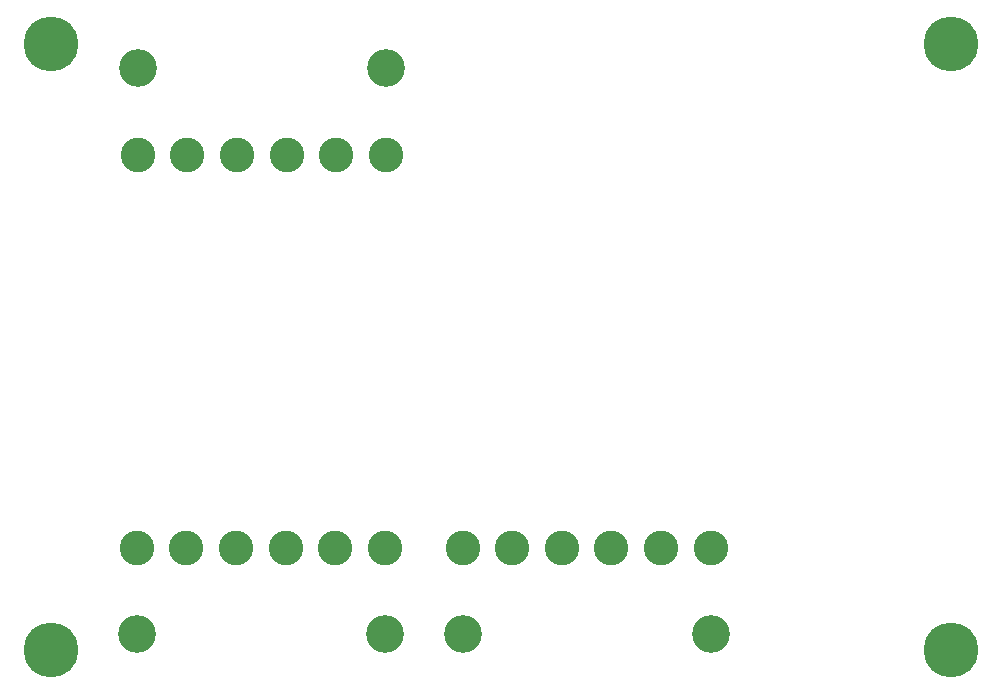
<source format=gbs>
G04*
G04 #@! TF.GenerationSoftware,Altium Limited,Altium Designer,21.6.4 (81)*
G04*
G04 Layer_Color=16711935*
%FSLAX25Y25*%
%MOIN*%
G70*
G04*
G04 #@! TF.SameCoordinates,D230F567-8F14-4DE2-9EB9-46B1BD9AA4B9*
G04*
G04*
G04 #@! TF.FilePolarity,Negative*
G04*
G01*
G75*
%ADD30C,0.18268*%
%ADD31C,0.11575*%
%ADD32C,0.12559*%
D30*
X20000Y48127D02*
D03*
X320000D02*
D03*
Y250209D02*
D03*
X20000D02*
D03*
D31*
X239797Y82228D02*
D03*
X223261D02*
D03*
X206726D02*
D03*
X190190D02*
D03*
X173655D02*
D03*
X157120D02*
D03*
X48862Y213293D02*
D03*
X65398D02*
D03*
X81933D02*
D03*
X98468D02*
D03*
X115004D02*
D03*
X131539D02*
D03*
X131154Y82228D02*
D03*
X114618D02*
D03*
X98083D02*
D03*
X81547D02*
D03*
X65012D02*
D03*
X48476D02*
D03*
D32*
X157120Y53488D02*
D03*
X239797D02*
D03*
X131539Y242033D02*
D03*
X48862D02*
D03*
X48476Y53488D02*
D03*
X131154D02*
D03*
M02*

</source>
